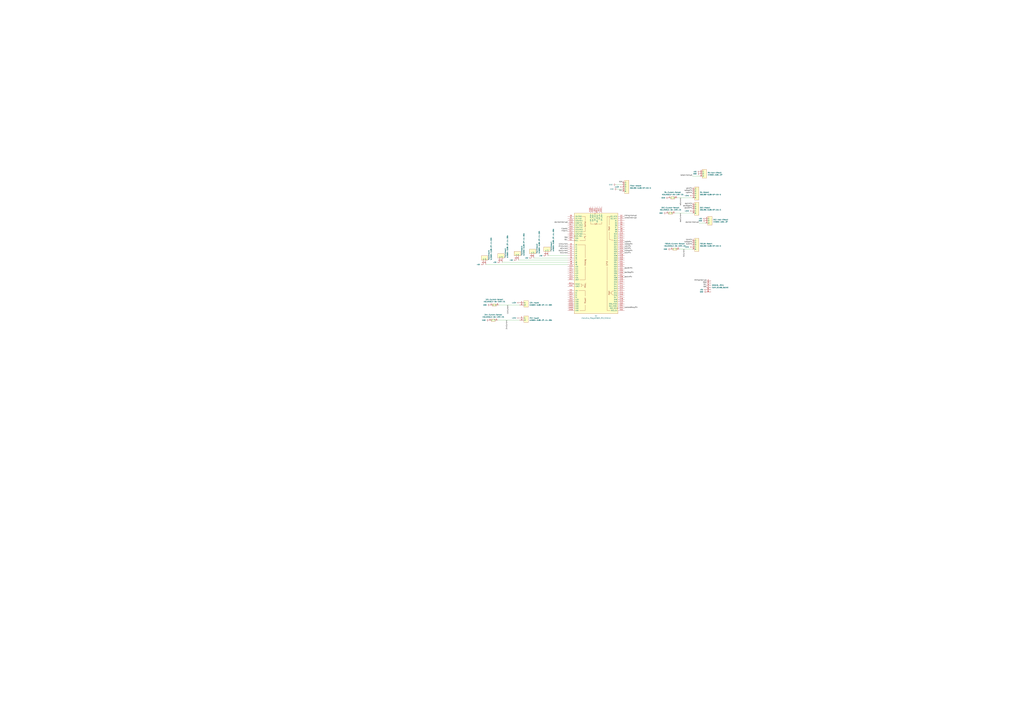
<source format=kicad_sch>
(kicad_sch (version 20230121) (generator eeschema)
  (paper "A0")
  (lib_symbols
    (symbol "Connector:Conn_01x06_Socket" (pin_names (offset 1.016) hide)
      (property "Reference" "J" (at 0 7.62 0))
      (property "Value" "Conn_01x06_Socket" (at 0 -10.16 0))
      (symbol "Conn_01x06_Socket_1_1"
        (arc (start 0 -7.112) (mid -0.5058 -7.62) (end 0 -8.128) (stroke (width 0.1524)))
        (arc (start 0 -4.572) (mid -0.5058 -5.08) (end 0 -5.588) (stroke (width 0.1524)))
        (arc (start 0 -2.032) (mid -0.5058 -2.54) (end 0 -3.048) (stroke (width 0.1524)))
        (polyline (pts (xy -1.27 -7.62) (xy -0.508 -7.62)) (stroke (width 0.1524)))
        (polyline (pts (xy -1.27 -5.08) (xy -0.508 -5.08)) (stroke (width 0.1524)))
        (polyline (pts (xy -1.27 -2.54) (xy -0.508 -2.54)) (stroke (width 0.1524)))
        (polyline (pts (xy -1.27 0) (xy -0.508 0)) (stroke (width 0.1524)))
        (polyline (pts (xy -1.27 2.54) (xy -0.508 2.54)) (stroke (width 0.1524)))
        (polyline (pts (xy -1.27 5.08) (xy -0.508 5.08)) (stroke (width 0.1524)))
        (arc (start 0 0.508) (mid -0.5058 0) (end 0 -0.508) (stroke (width 0.1524)))
        (arc (start 0 3.048) (mid -0.5058 2.54) (end 0 2.032) (stroke (width 0.1524)))
        (arc (start 0 5.588) (mid -0.5058 5.08) (end 0 4.572) (stroke (width 0.1524)))
        (pin passive line (at -5.08 5.08 0) (length 3.81) (name "Pin_1") (number "1"))
        (pin passive line (at -5.08 2.54 0) (length 3.81) (name "Pin_2") (number "2"))
        (pin passive line (at -5.08 0 0) (length 3.81) (name "Pin_3") (number "3"))
        (pin passive line (at -5.08 -2.54 0) (length 3.81) (name "Pin_4") (number "4"))
        (pin passive line (at -5.08 -5.08 0) (length 3.81) (name "Pin_5") (number "5"))
        (pin passive line (at -5.08 -7.62 0) (length 3.81) (name "Pin_6") (number "6"))
      )
    )
    (symbol "New:DB128V-5.08-5P-GN-S"
      (property "Reference" "CN" (at 0 10.16 0))
      (property "Value" "DB128V-5.08-5P-GN-S" (at 0 -10.16 0))
      (symbol "DB128V-5.08-5P-GN-S_0_1"
        (rectangle (start -2.54 7.62) (end 2.54 -7.62) (fill (type background)))
        (circle (center -1.27 6.35) (radius 0.38))
        (pin unspecified line (at -5.08 5.08 0) (length 2.54) (name "1") (number "1"))
        (pin unspecified line (at -5.08 2.54 0) (length 2.54) (name "2") (number "2"))
        (pin unspecified line (at -5.08 0 0) (length 2.54) (name "3") (number "3"))
        (pin unspecified line (at -5.08 -2.54 0) (length 2.54) (name "4") (number "4"))
        (pin unspecified line (at -5.08 -5.08 0) (length 2.54) (name "5") (number "5"))
      )
    )
    (symbol "New:HOJLR2512-3W-1MR-1%"
      (property "Reference" "R" (at 0 5.08 0))
      (property "Value" "HOJLR2512-3W-1MR-1%" (at 0 -5.08 0))
      (symbol "HOJLR2512-3W-1MR-1%_0_1"
        (rectangle (start -2.54 1.27) (end 2.54 -1.27) (fill (type background)))
        (pin unspecified line (at -5.08 0 0) (length 2.54) (name "1") (number "1"))
        (pin unspecified line (at 5.08 0 180) (length 2.54) (name "2") (number "2"))
      )
    )
    (symbol "New:WJ500V-5.08-2P-14-00A"
      (property "Reference" "P" (at 0 0 0))
      (property "Value" "WJ500V-5.08-2P-14-00A" (at 0 -10.16 0))
      (symbol "WJ500V-5.08-2P-14-00A_0_1"
        (rectangle (start -3.81 5.08) (end 3.81 0) (fill (type background)))
        (pin unspecified line (at -1.27 -5.08 90) (length 5.08) (name "1") (number "1"))
        (pin unspecified line (at 1.27 -5.08 90) (length 5.08) (name "2") (number "2"))
      )
    )
    (symbol "New:XY303V-3.81-3P"
      (property "Reference" "U" (at 0 7.62 0))
      (property "Value" "XY303V-3.81-3P" (at 0 -7.62 0))
      (symbol "XY303V-3.81-3P_0_1"
        (rectangle (start -2.54 5.08) (end 2.54 -5.08) (fill (type background)))
        (circle (center -1.27 3.81) (radius 0.38))
        (pin unspecified line (at -5.08 2.54 0) (length 2.54) (name "1") (number "1"))
        (pin unspecified line (at -5.08 0 0) (length 2.54) (name "2") (number "2"))
        (pin unspecified line (at -5.08 -2.54 0) (length 2.54) (name "3") (number "3"))
      )
    )
    (symbol "arduino-library:Arduino_Mega2560_R3_Shield" (pin_names (offset 1.016))
      (property "Reference" "A" (at 0 -62.23 0))
      (property "Value" "Arduino_Mega2560_R3_Shield" (at 0 -66.04 0))
      (symbol "Arduino_Mega2560_R3_Shield_0_0"
        (rectangle (start -25.4 -58.42) (end 25.4 58.42) (fill (type background)))
        (rectangle (start -20.32 -31.75) (end -12.7 -31.75))
        (rectangle (start -19.05 -54.61) (end -12.7 -54.61))
        (rectangle (start -19.05 -19.05) (end -12.7 -19.05))
        (rectangle (start -19.05 26.67) (end -12.7 26.67))
        (rectangle (start -17.78 -26.67) (end -16.51 -26.67))
        (rectangle (start -17.78 -24.13) (end -16.51 -24.13))
        (rectangle (start -16.51 -25.4) (end -13.97 -25.4))
        (rectangle (start -16.51 -24.13) (end -16.51 -26.67))
        (rectangle (start -16.51 54.61) (end -12.7 54.61))
        (rectangle (start -15.24 34.29) (end -12.7 34.29))
        (rectangle (start -15.24 36.83) (end -12.7 36.83))
        (rectangle (start -12.7 -54.61) (end -12.7 -48.26))
        (rectangle (start -12.7 -31.75) (end -12.7 -38.1))
        (rectangle (start -12.7 26.67) (end -12.7 27.94))
        (rectangle (start -12.7 34.29) (end -12.7 33.02))
        (rectangle (start -12.7 41.91) (end -12.7 36.83))
        (rectangle (start -12.7 49.53) (end -12.7 54.61))
        (rectangle (start -6.35 48.26) (end -6.35 45.72))
        (rectangle (start -2.54 45.72) (end -6.35 45.72))
        (polyline (pts (xy -21.59 21.59) (xy -12.7 21.59)))
        (polyline (pts (xy -12.7 -19.05) (xy -12.7 -3.81)))
        (polyline (pts (xy -12.7 6.35) (xy -12.7 21.59)))
        (polyline (pts (xy 12.7 -54.61) (xy 16.51 -54.61)))
        (polyline (pts (xy 12.7 54.61) (xy 16.51 54.61)))
        (polyline (pts (xy 17.78 -34.29) (xy 16.51 -34.29)))
        (polyline (pts (xy 15.24 36.83) (xy 15.24 27.94) (xy 20.32 26.67)))
        (polyline (pts (xy 15.24 44.45) (xy 15.24 53.34) (xy 16.51 54.61)))
        (polyline (pts (xy 20.32 -31.75) (xy 17.78 -33.02) (xy 17.78 -35.56) (xy 20.32 -36.83)))
        (rectangle (start 6.35 45.72) (end 2.54 45.72))
        (rectangle (start 6.35 48.26) (end 6.35 45.72))
        (text "Analog" (at -12.7 1.27 900) (effects (font (size 1.524 1.524))))
        (text "I²C" (at -12.7 30.48 900) (effects (font (size 1.524 1.524))))
        (text "Misc." (at -12.7 -25.4 900) (effects (font (size 1.524 1.524))))
        (text "Power" (at -12.7 -43.18 900) (effects (font (size 1.524 1.524))))
        (text "PWM" (at 15.24 -34.29 900) (effects (font (size 1.524 1.524))))
        (text "PWM" (at 15.24 40.64 900) (effects (font (size 1.524 1.524))))
        (text "Serial" (at -12.7 45.72 900) (effects (font (size 1.524 1.524))))
        (text "SPI" (at 0 45.72 0) (effects (font (size 1.524 1.524))))
      )
      (symbol "Arduino_Mega2560_R3_Shield_1_0"
        (rectangle (start 12.7 -54.61) (end 12.7 -3.81))
        (rectangle (start 12.7 54.61) (end 12.7 3.81))
        (text "GPIO" (at 12.7 0 900) (effects (font (size 1.524 1.524))))
      )
      (symbol "Arduino_Mega2560_R3_Shield_1_1"
        (pin power_out line (at -33.02 -41.91 0) (length 7.62) (name "3.3V") (number "3V3"))
        (pin power_in line (at -33.02 -34.29 0) (length 7.62) (name "5V") (number "5V1"))
        (pin power_in line (at 3.81 66.04 270) (length 7.62) (name "SPI_5V") (number "5V2"))
        (pin power_in line (at -33.02 -36.83 0) (length 7.62) (name "5V") (number "5V3"))
        (pin power_in line (at -33.02 -39.37 0) (length 7.62) (name "5V") (number "5V4"))
        (pin bidirectional line (at -33.02 21.59 0) (length 7.62) (name "A0") (number "A0"))
        (pin bidirectional line (at -33.02 19.05 0) (length 7.62) (name "A1") (number "A1"))
        (pin bidirectional line (at -33.02 -3.81 0) (length 7.62) (name "A10") (number "A10"))
        (pin bidirectional line (at -33.02 -6.35 0) (length 7.62) (name "A11") (number "A11"))
        (pin bidirectional line (at -33.02 -8.89 0) (length 7.62) (name "A12") (number "A12"))
        (pin bidirectional line (at -33.02 -11.43 0) (length 7.62) (name "A13") (number "A13"))
        (pin bidirectional line (at -33.02 -13.97 0) (length 7.62) (name "A14") (number "A14"))
        (pin bidirectional line (at -33.02 -16.51 0) (length 7.62) (name "A15") (number "A15"))
        (pin bidirectional line (at -33.02 16.51 0) (length 7.62) (name "A2") (number "A2"))
        (pin bidirectional line (at -33.02 13.97 0) (length 7.62) (name "A3") (number "A3"))
        (pin bidirectional line (at -33.02 11.43 0) (length 7.62) (name "A4") (number "A4"))
        (pin bidirectional line (at -33.02 8.89 0) (length 7.62) (name "A5") (number "A5"))
        (pin bidirectional line (at -33.02 6.35 0) (length 7.62) (name "A6") (number "A6"))
        (pin bidirectional line (at -33.02 3.81 0) (length 7.62) (name "A7") (number "A7"))
        (pin bidirectional line (at -33.02 1.27 0) (length 7.62) (name "A8") (number "A8"))
        (pin bidirectional line (at -33.02 -1.27 0) (length 7.62) (name "A9") (number "A9"))
        (pin input line (at -33.02 -19.05 0) (length 7.62) (name "AREF") (number "AREF"))
        (pin bidirectional line (at -33.02 54.61 0) (length 7.62) (name "D0/RX0") (number "D0"))
        (pin bidirectional line (at -33.02 52.07 0) (length 7.62) (name "D1/TX0") (number "D1"))
        (pin bidirectional line (at 33.02 34.29 180) (length 7.62) (name "D10") (number "D10"))
        (pin bidirectional line (at 33.02 31.75 180) (length 7.62) (name "D11") (number "D11"))
        (pin bidirectional line (at 33.02 29.21 180) (length 7.62) (name "D12") (number "D12"))
        (pin bidirectional line (at 33.02 26.67 180) (length 7.62) (name "D13") (number "D13"))
        (pin bidirectional line (at -33.02 36.83 0) (length 7.62) (name "D14/TX3") (number "D14"))
        (pin bidirectional line (at -33.02 39.37 0) (length 7.62) (name "D15/RX3") (number "D15"))
        (pin bidirectional line (at -33.02 41.91 0) (length 7.62) (name "D16/TX2") (number "D16"))
        (pin bidirectional line (at -33.02 44.45 0) (length 7.62) (name "D17/RX2") (number "D17"))
        (pin bidirectional line (at -33.02 46.99 0) (length 7.62) (name "D18/TX1") (number "D18"))
        (pin bidirectional line (at -33.02 49.53 0) (length 7.62) (name "D19/RX1") (number "D19"))
        (pin bidirectional line (at 33.02 54.61 180) (length 7.62) (name "D2_INT0") (number "D2"))
        (pin bidirectional line (at -33.02 34.29 0) (length 7.62) (name "D20/SDA") (number "D20"))
        (pin bidirectional clock (at -33.02 31.75 0) (length 7.62) (name "D21/SCL") (number "D21"))
        (pin bidirectional line (at 33.02 24.13 180) (length 7.62) (name "D22") (number "D22"))
        (pin bidirectional line (at 33.02 21.59 180) (length 7.62) (name "D23") (number "D23"))
        (pin bidirectional line (at 33.02 19.05 180) (length 7.62) (name "D24") (number "D24"))
        (pin bidirectional line (at 33.02 16.51 180) (length 7.62) (name "D25") (number "D25"))
        (pin bidirectional line (at 33.02 13.97 180) (length 7.62) (name "D26") (number "D26"))
        (pin bidirectional line (at 33.02 11.43 180) (length 7.62) (name "D27") (number "D27"))
        (pin bidirectional line (at 33.02 8.89 180) (length 7.62) (name "D28") (number "D28"))
        (pin bidirectional line (at 33.02 6.35 180) (length 7.62) (name "D29") (number "D29"))
        (pin bidirectional line (at 33.02 52.07 180) (length 7.62) (name "D3_INT1") (number "D3"))
        (pin bidirectional line (at 33.02 3.81 180) (length 7.62) (name "D30") (number "D30"))
        (pin bidirectional line (at 33.02 1.27 180) (length 7.62) (name "D31") (number "D31"))
        (pin bidirectional line (at 33.02 -1.27 180) (length 7.62) (name "D32") (number "D32"))
        (pin bidirectional line (at 33.02 -3.81 180) (length 7.62) (name "D33") (number "D33"))
        (pin bidirectional line (at 33.02 -6.35 180) (length 7.62) (name "D34") (number "D34"))
        (pin bidirectional line (at 33.02 -8.89 180) (length 7.62) (name "D35") (number "D35"))
        (pin bidirectional line (at 33.02 -11.43 180) (length 7.62) (name "D36") (number "D36"))
        (pin bidirectional line (at 33.02 -13.97 180) (length 7.62) (name "D37") (number "D37"))
        (pin bidirectional line (at 33.02 -16.51 180) (length 7.62) (name "D38") (number "D38"))
        (pin bidirectional line (at 33.02 -19.05 180) (length 7.62) (name "D39") (number "D39"))
        (pin bidirectional line (at 33.02 49.53 180) (length 7.62) (name "D4") (number "D4"))
        (pin bidirectional line (at 33.02 -21.59 180) (length 7.62) (name "D40") (number "D40"))
        (pin bidirectional line (at 33.02 -24.13 180) (length 7.62) (name "D41") (number "D41"))
        (pin bidirectional line (at 33.02 -26.67 180) (length 7.62) (name "D42") (number "D42"))
        (pin bidirectional line (at 33.02 -29.21 180) (length 7.62) (name "D43") (number "D43"))
        (pin bidirectional line (at 33.02 -31.75 180) (length 7.62) (name "D44") (number "D44"))
        (pin bidirectional line (at 33.02 -34.29 180) (length 7.62) (name "D45") (number "D45"))
        (pin bidirectional line (at 33.02 -36.83 180) (length 7.62) (name "D46") (number "D46"))
        (pin bidirectional line (at 33.02 -39.37 180) (length 7.62) (name "D47") (number "D47"))
        (pin bidirectional line (at 33.02 -41.91 180) (length 7.62) (name "D48") (number "D48"))
        (pin bidirectional line (at 33.02 -44.45 180) (length 7.62) (name "D49") (number "D49"))
        (pin bidirectional line (at 33.02 46.99 180) (length 7.62) (name "D5") (number "D5"))
        (pin bidirectional line (at 33.02 -46.99 180) (length 7.62) (name "D50_MISO") (number "D50"))
        (pin bidirectional line (at 33.02 -49.53 180) (length 7.62) (name "D51_MOSI") (number "D51"))
        (pin bidirectional clock (at 33.02 -52.07 180) (length 7.62) (name "D52_SCK") (number "D52"))
        (pin bidirectional line (at 33.02 -54.61 180) (length 7.62) (name "D53_CS") (number "D53"))
        (pin bidirectional line (at 33.02 44.45 180) (length 7.62) (name "D6") (number "D6"))
        (pin bidirectional line (at 33.02 41.91 180) (length 7.62) (name "D7") (number "D7"))
        (pin bidirectional line (at 33.02 39.37 180) (length 7.62) (name "D8") (number "D8"))
        (pin bidirectional line (at 33.02 36.83 180) (length 7.62) (name "D9") (number "D9"))
        (pin power_in line (at -33.02 -44.45 0) (length 7.62) (name "GND") (number "GND1"))
        (pin power_in line (at -33.02 -46.99 0) (length 7.62) (name "GND") (number "GND2"))
        (pin power_in line (at -33.02 -49.53 0) (length 7.62) (name "GND") (number "GND3"))
        (pin power_in line (at 6.35 66.04 270) (length 7.62) (name "SPI_GND") (number "GND4"))
        (pin power_in line (at -33.02 -52.07 0) (length 7.62) (name "GND") (number "GND5"))
        (pin power_in line (at -33.02 -54.61 0) (length 7.62) (name "GND") (number "GND6"))
        (pin output line (at -33.02 -26.67 0) (length 7.62) (name "IOREF") (number "IORF"))
        (pin input line (at -6.35 66.04 270) (length 7.62) (name "SPI_MISO") (number "MISO"))
        (pin output line (at -3.81 66.04 270) (length 7.62) (name "SPI_MOSI") (number "MOSI"))
        (pin open_collector input_low (at -33.02 -24.13 0) (length 7.62) (name "RESET") (number "RST1"))
        (pin open_collector input_low (at 1.27 66.04 270) (length 7.62) (name "SPI_RESET") (number "RST2"))
        (pin output clock (at -1.27 66.04 270) (length 7.62) (name "SPI_SCK") (number "SCK"))
        (pin bidirectional clock (at -33.02 26.67 0) (length 7.62) (name "SCL") (number "SCL"))
        (pin bidirectional line (at -33.02 29.21 0) (length 7.62) (name "SDA") (number "SDA"))
        (pin power_in line (at -33.02 -31.75 0) (length 7.62) (name "VIN") (number "VIN"))
      )
    )
    (symbol "power:+12V" (power) (pin_names (offset 0))
      (property "Value" "+12V" (at 0 3.556 0))
      (symbol "+12V_0_1"
        (polyline (pts (xy -0.762 1.27) (xy 0 2.54)))
        (polyline (pts (xy 0 0) (xy 0 2.54)))
        (polyline (pts (xy 0 2.54) (xy 0.762 1.27)))
      )
      (symbol "+12V_1_1"
        (pin power_in line (at 0 0 90) (length 0) hide (name "+12V") (number "1"))
      )
    )
    (symbol "power:+24V" (power) (pin_names (offset 0))
      (property "Value" "+24V" (at 0 3.556 0))
      (symbol "+24V_0_1"
        (polyline (pts (xy -0.762 1.27) (xy 0 2.54)))
        (polyline (pts (xy 0 0) (xy 0 2.54)))
        (polyline (pts (xy 0 2.54) (xy 0.762 1.27)))
      )
      (symbol "+24V_1_1"
        (pin power_in line (at 0 0 90) (length 0) hide (name "+24V") (number "1"))
      )
    )
    (symbol "power:+5V" (power) (pin_names (offset 0))
      (property "Value" "+5V" (at 0 3.556 0))
      (symbol "+5V_0_1"
        (polyline (pts (xy -0.762 1.27) (xy 0 2.54)))
        (polyline (pts (xy 0 0) (xy 0 2.54)))
        (polyline (pts (xy 0 2.54) (xy 0.762 1.27)))
      )
      (symbol "+5V_1_1"
        (pin power_in line (at 0 0 90) (length 0) hide (name "+5V") (number "1"))
      )
    )
    (symbol "power:GND" (power) (pin_names (offset 0))
      (property "Value" "GND" (at 0 -3.81 0))
      (symbol "GND_0_1"
        (polyline (pts (xy 0 0) (xy 0 -1.27) (xy 1.27 -1.27) (xy 0 -2.54) (xy -1.27 -1.27) (xy 0 -1.27)))
      )
      (symbol "GND_1_1"
        (pin power_in line (at 0 0 270) (length 0) hide (name "GND") (number "1"))
      )
    )
  )
  (wire (pts (xy 716.28 219.71) (xy 722.63 219.71)))
  (wire (pts (xy 803.91 204.47) (xy 812.8 204.47)))
  (wire (pts (xy 582.93 304.8) (xy 659.13 304.8)))
  (wire (pts (xy 601.98 302.26) (xy 659.13 302.26)))
  (wire (pts (xy 715.01 214.63) (xy 722.63 214.63)))
  (wire (pts (xy 619.76 299.72) (xy 659.13 299.72)))
  (wire (pts (xy 783.59 247.65) (xy 803.91 247.65)))
  (wire (pts (xy 636.27 297.18) (xy 659.13 297.18)))
  (wire (pts (xy 577.85 372.11) (xy 603.25 372.11)))
  (wire (pts (xy 811.53 259.08) (xy 819.15 259.08)))
  (wire (pts (xy 579.12 354.33) (xy 603.25 354.33)))
  (wire (pts (xy 786.13 229.87) (xy 803.91 229.87)))
  (wire (pts (xy 788.67 289.56) (xy 803.91 289.56)))
  (wire (pts (xy 563.88 307.34) (xy 659.13 307.34)))
  (label "raEnPin" (at 725.17 287.02 0))
  (label "raEnPin" (at 803.91 219.71 180))
  (label "SDA" (at 659.13 276.86 180))
  (label "decHallInterrupt" (at 811.53 259.08 180))
  (label "SCL" (at 659.13 279.4 180))
  (label "raStepPin" (at 725.17 284.48 0))
  (label "SCL" (at 820.42 331.47 180))
  (label "decEnPin" (at 803.91 237.49 180))
  (label "raStepPin" (at 803.91 222.25 180))
  (label "12vCurrent" (at 590.55 354.33 270))
  (label "timingInterrupt" (at 820.42 326.39 180))
  (label "fcEnPin" (at 725.17 294.64 0))
  (label "raHallInterrupt" (at 725.17 254 0))
  (label "raHallInterrupt" (at 803.91 204.47 180))
  (label "raDirPin" (at 725.17 281.94 0))
  (label "fcStepPin" (at 725.17 292.1 0))
  (label "fcEnPin" (at 803.91 279.4 180))
  (label "12vCurrent" (at 659.13 284.48 180))
  (label "decCurrent" (at 659.13 292.1 180))
  (label "fcDirPin" (at 803.91 284.48 180))
  (label "raCurrent" (at 791.21 229.87 270))
  (label "decCurrent" (at 791.21 247.65 270))
  (label "decDirPin" (at 803.91 242.57 180))
  (label "FilterTx" (at 659.13 269.24 180))
  (label "fcCurrent" (at 659.13 294.64 180))
  (label "SDA" (at 722.63 212.09 180))
  (label "decStepPin" (at 803.91 240.03 180))
  (label "decHallInterrupt" (at 659.13 259.08 180))
  (label "SQW" (at 820.42 328.93 180))
  (label "24vCurrent" (at 589.28 372.11 270))
  (label "FilterRx" (at 659.13 266.7 180))
  (label "cameraRelayPin" (at 725.17 358.14 0))
  (label "fcStepPin" (at 803.91 281.94 180))
  (label "raDirPin" (at 803.91 224.79 180))
  (label "SCL" (at 722.63 222.25 180))
  (label "timingInterrupt" (at 725.17 251.46 0))
  (label "raCurrent" (at 659.13 289.56 180))
  (label "24vCurrent" (at 659.13 287.02 180))
  (label "fcCurrent" (at 795.02 289.56 270))
  (label "decEnPin" (at 725.17 322.58 0))
  (label "fcDirPin" (at 725.17 289.56 0))
  (label "decStepPin" (at 725.17 317.5 0))
  (label "SDA" (at 820.42 334.01 180))
  (label "decDirPin" (at 725.17 312.42 0))
  (symbol (lib_id "New:XY303V-3.81-3P") (at 824.23 256.54 0) (unit 1)
    (property "Reference" "DEC-Hall-Effect1" (at 828.04 255.27 0) (effects (justify left)))
    (property "Value" "XY303V-3.81-3P" (at 828.04 257.81 0) (effects (justify left)))
    (property "Footprint" "New:CONN-TH_XY303V-3.81-3P" (effects hide))
    (property "Datasheet" "https://lcsc.com/product-detail/Screw-terminal_XY303V-3-81-3P_C557684.html" (effects hide))
    (property "LCSC Part" "C557684" (effects hide))
  )
  (symbol (lib_id "New:WJ500V-5.08-2P-14-00A") (at 618.49 294.64 0) (unit 1)
    (property "Reference" "Thermistor2" (at 623.57 294.64 90) (effects (justify left)))
    (property "Value" "WJ500V-5.08-2P-14-00A" (at 626.11 294.64 90) (effects (justify left)))
    (property "Footprint" "New:CONN-TH_2P-P5.00_WJ500V-5.08-2P" (effects hide))
    (property "Datasheet" "https://lcsc.com/product-detail/Terminal-Blocks_WJ500V-5-08-2P_C8465.html" (effects hide))
    (property "LCSC Part" "C8465" (effects hide))
  )
  (symbol (lib_id "power:+5V") (at 617.22 299.72 90) (unit 1)
    (property "Reference" "#PWR015" (effects hide))
    (property "Value" "+5V" (at 613.41 299.72 90) (effects (justify left)))
  )
  (symbol (lib_id "power:+5V") (at 819.15 254 90) (unit 1)
    (property "Reference" "#PWR02" (effects hide))
    (property "Value" "+5V" (at 815.34 254 90) (effects (justify left)))
  )
  (symbol (lib_id "power:+5V") (at 820.42 336.55 90) (unit 1)
    (property "Reference" "#PWR05" (effects hide))
    (property "Value" "+5V" (at 816.61 336.55 90) (effects (justify left)))
  )
  (symbol (lib_id "power:+24V") (at 803.91 245.11 90) (unit 1)
    (property "Reference" "#PWR08" (effects hide))
    (property "Value" "+24V" (at 800.1 245.11 90) (effects (justify left)))
  )
  (symbol (lib_id "New:HOJLR2512-3W-1MR-1%") (at 572.77 372.11 0) (unit 1)
    (property "Reference" "24V-Current-Sense1" (at 572.77 365.76 0))
    (property "Value" "HOJLR2512-3W-1MR-1%" (at 572.77 368.3 0))
    (property "Footprint" "New:RES-SMD_L6.4-W3.2-R2512" (effects hide))
    (property "LCSC Part" "C2903470" (effects hide))
  )
  (symbol (lib_id "New:DB128V-5.08-5P-GN-S") (at 808.99 242.57 0) (unit 1)
    (property "Reference" "DEC-Motor1" (at 812.8 241.3 0) (effects (justify left)))
    (property "Value" "DB128V-5.08-5P-GN-S" (at 812.8 243.84 0) (effects (justify left)))
    (property "Footprint" "New:CONN-TH_5P-P5.08_DIBO_DB128V-5.08-5P-GN-S" (effects hide))
    (property "LCSC Part" "C2927513" (effects hide))
  )
  (symbol (lib_id "power:GND") (at 568.96 354.33 270) (unit 1)
    (property "Reference" "#PWR023" (effects hide))
    (property "Value" "GND" (at 565.15 354.33 90) (effects (justify right)))
  )
  (symbol (lib_id "power:GND") (at 819.15 256.54 270) (unit 1)
    (property "Reference" "#PWR04" (effects hide))
    (property "Value" "GND" (at 815.34 256.54 90) (effects (justify right)))
  )
  (symbol (lib_id "New:HOJLR2512-3W-1MR-1%") (at 781.05 229.87 0) (unit 1)
    (property "Reference" "RA-Current-Sense1" (at 781.05 223.52 0))
    (property "Value" "HOJLR2512-3W-1MR-1%" (at 781.05 226.06 0))
    (property "Footprint" "New:RES-SMD_L6.4-W3.2-R2512" (effects hide))
    (property "LCSC Part" "C2903470" (effects hide))
  )
  (symbol (lib_id "power:GND") (at 716.28 219.71 270) (unit 1)
    (property "Reference" "#PWR017" (effects hide))
    (property "Value" "GND" (at 712.47 219.71 90) (effects (justify right)))
  )
  (symbol (lib_id "power:GND") (at 778.51 289.56 270) (unit 1)
    (property "Reference" "#PWR013" (effects hide))
    (property "Value" "GND" (at 774.7 289.56 90) (effects (justify right)))
  )
  (symbol (lib_id "power:GND") (at 812.8 201.93 270) (unit 1)
    (property "Reference" "#PWR03" (effects hide))
    (property "Value" "GND" (at 808.99 201.93 90) (effects (justify right)))
  )
  (symbol (lib_id "power:+24V") (at 803.91 287.02 90) (unit 1)
    (property "Reference" "#PWR07" (effects hide))
    (property "Value" "+24V" (at 800.1 287.02 90) (effects (justify left)))
  )
  (symbol (lib_id "New:WJ500V-5.08-2P-14-00A") (at 608.33 370.84 270) (unit 1)
    (property "Reference" "24V-Input1" (at 614.68 369.57 90) (effects (justify left)))
    (property "Value" "WJ500V-5.08-2P-14-00A" (at 614.68 372.11 90) (effects (justify left)))
    (property "Footprint" "New:CONN-TH_2P-P5.00_WJ500V-5.08-2P" (effects hide))
    (property "Datasheet" "https://lcsc.com/product-detail/Terminal-Blocks_WJ500V-5-08-2P_C8465.html" (effects hide))
    (property "LCSC Part" "C8465" (effects hide))
  )
  (symbol (lib_id "New:WJ500V-5.08-2P-14-00A") (at 635 292.1 0) (unit 1)
    (property "Reference" "Thermistor1" (at 640.08 292.1 90) (effects (justify left)))
    (property "Value" "WJ500V-5.08-2P-14-00A" (at 642.62 292.1 90) (effects (justify left)))
    (property "Footprint" "New:CONN-TH_2P-P5.00_WJ500V-5.08-2P" (effects hide))
    (property "Datasheet" "https://lcsc.com/product-detail/Terminal-Blocks_WJ500V-5-08-2P_C8465.html" (effects hide))
    (property "LCSC Part" "C8465" (effects hide))
  )
  (symbol (lib_id "New:HOJLR2512-3W-1MR-1%") (at 783.59 289.56 0) (unit 1)
    (property "Reference" "FOCUS-Current-Sense1" (at 783.59 283.21 0))
    (property "Value" "HOJLR2512-3W-1MR-1%" (at 783.59 285.75 0))
    (property "Footprint" "New:RES-SMD_L6.4-W3.2-R2512" (effects hide))
    (property "LCSC Part" "C2903470" (effects hide))
  )
  (symbol (lib_id "New:XY303V-3.81-3P") (at 817.88 201.93 0) (unit 1)
    (property "Reference" "RA-Hall-Effect1" (at 821.69 200.66 0) (effects (justify left)))
    (property "Value" "XY303V-3.81-3P" (at 821.69 203.2 0) (effects (justify left)))
    (property "Footprint" "New:CONN-TH_XY303V-3.81-3P" (effects hide))
    (property "Datasheet" "https://lcsc.com/product-detail/Screw-terminal_XY303V-3-81-3P_C557684.html" (effects hide))
    (property "LCSC Part" "C557684" (effects hide))
  )
  (symbol (lib_id "power:+5V") (at 599.44 302.26 90) (unit 1)
    (property "Reference" "#PWR019" (effects hide))
    (property "Value" "+5V" (at 595.63 302.26 90) (effects (justify left)))
  )
  (symbol (lib_id "New:WJ500V-5.08-2P-14-00A") (at 562.61 302.26 0) (unit 1)
    (property "Reference" "Thermistor5" (at 567.69 302.26 90) (effects (justify left)))
    (property "Value" "WJ500V-5.08-2P-14-00A" (at 570.23 302.26 90) (effects (justify left)))
    (property "Footprint" "New:CONN-TH_2P-P5.00_WJ500V-5.08-2P" (effects hide))
    (property "Datasheet" "https://lcsc.com/product-detail/Terminal-Blocks_WJ500V-5-08-2P_C8465.html" (effects hide))
    (property "LCSC Part" "C8465" (effects hide))
  )
  (symbol (lib_id "power:GND") (at 773.43 247.65 270) (unit 1)
    (property "Reference" "#PWR011" (effects hide))
    (property "Value" "GND" (at 769.62 247.65 90) (effects (justify right)))
  )
  (symbol (lib_id "New:WJ500V-5.08-2P-14-00A") (at 581.66 299.72 0) (unit 1)
    (property "Reference" "Thermistor4" (at 586.74 299.72 90) (effects (justify left)))
    (property "Value" "WJ500V-5.08-2P-14-00A" (at 589.28 299.72 90) (effects (justify left)))
    (property "Footprint" "New:CONN-TH_2P-P5.00_WJ500V-5.08-2P" (effects hide))
    (property "Datasheet" "https://lcsc.com/product-detail/Terminal-Blocks_WJ500V-5-08-2P_C8465.html" (effects hide))
    (property "LCSC Part" "C8465" (effects hide))
  )
  (symbol (lib_id "power:GND") (at 567.69 372.11 270) (unit 1)
    (property "Reference" "#PWR024" (effects hide))
    (property "Value" "GND" (at 563.88 372.11 90) (effects (justify right)))
  )
  (symbol (lib_id "power:+24V") (at 803.91 227.33 90) (unit 1)
    (property "Reference" "#PWR09" (effects hide))
    (property "Value" "+24V" (at 800.1 227.33 90) (effects (justify left)))
  )
  (symbol (lib_id "New:WJ500V-5.08-2P-14-00A") (at 608.33 353.06 270) (unit 1)
    (property "Reference" "12V-Input1" (at 614.68 351.79 90) (effects (justify left)))
    (property "Value" "WJ500V-5.08-2P-14-00A" (at 614.68 354.33 90) (effects (justify left)))
    (property "Footprint" "New:CONN-TH_2P-P5.00_WJ500V-5.08-2P" (effects hide))
    (property "Datasheet" "https://lcsc.com/product-detail/Terminal-Blocks_WJ500V-5-08-2P_C8465.html" (effects hide))
    (property "LCSC Part" "C8465" (effects hide))
  )
  (symbol (lib_id "power:+5V") (at 812.8 199.39 90) (unit 1)
    (property "Reference" "#PWR01" (effects hide))
    (property "Value" "+5V" (at 808.99 199.39 90) (effects (justify left)))
  )
  (symbol (lib_id "Connector:Conn_01x06_Socket") (at 825.5 331.47 0) (unit 1)
    (property "Reference" "DS3131-RTC1" (at 826.77 331.47 0) (effects (justify left)))
    (property "Value" "Conn_01x06_Socket" (at 826.77 334.01 0) (effects (justify left)))
  )
  (symbol (lib_id "New:DB128V-5.08-5P-GN-S") (at 727.71 217.17 0) (unit 1)
    (property "Reference" "Filter-Wheel1" (at 731.52 215.9 0) (effects (justify left)))
    (property "Value" "DB128V-5.08-5P-GN-S" (at 731.52 218.44 0) (effects (justify left)))
    (property "Footprint" "New:CONN-TH_5P-P5.08_DIBO_DB128V-5.08-5P-GN-S" (effects hide))
    (property "LCSC Part" "C2927513" (effects hide))
  )
  (symbol (lib_id "power:+12V") (at 603.25 351.79 90) (unit 1)
    (property "Reference" "#PWR022" (effects hide))
    (property "Value" "+12V" (at 599.44 351.79 90) (effects (justify left)))
  )
  (symbol (lib_id "New:DB128V-5.08-5P-GN-S") (at 808.99 284.48 0) (unit 1)
    (property "Reference" "FOCUS-Motor1" (at 812.8 283.21 0) (effects (justify left)))
    (property "Value" "DB128V-5.08-5P-GN-S" (at 812.8 285.75 0) (effects (justify left)))
    (property "Footprint" "New:CONN-TH_5P-P5.08_DIBO_DB128V-5.08-5P-GN-S" (effects hide))
    (property "LCSC Part" "C2927513" (effects hide))
  )
  (symbol (lib_id "power:+12V") (at 722.63 217.17 90) (unit 1)
    (property "Reference" "#PWR016" (effects hide))
    (property "Value" "+12V" (at 718.82 217.17 90) (effects (justify left)))
  )
  (symbol (lib_id "New:DB128V-5.08-5P-GN-S") (at 808.99 224.79 0) (unit 1)
    (property "Reference" "RA-Motor1" (at 812.8 223.52 0) (effects (justify left)))
    (property "Value" "DB128V-5.08-5P-GN-S" (at 812.8 226.06 0) (effects (justify left)))
    (property "Footprint" "New:CONN-TH_5P-P5.08_DIBO_DB128V-5.08-5P-GN-S" (effects hide))
    (property "LCSC Part" "C2927513" (effects hide))
  )
  (symbol (lib_id "New:HOJLR2512-3W-1MR-1%") (at 574.04 354.33 0) (unit 1)
    (property "Reference" "12V-Current-Sense1" (at 574.04 347.98 0))
    (property "Value" "HOJLR2512-3W-1MR-1%" (at 574.04 350.52 0))
    (property "Footprint" "New:RES-SMD_L6.4-W3.2-R2512" (effects hide))
    (property "LCSC Part" "C2903470" (effects hide))
  )
  (symbol (lib_id "power:+5V") (at 633.73 297.18 90) (unit 1)
    (property "Reference" "#PWR014" (effects hide))
    (property "Value" "+5V" (at 629.92 297.18 90) (effects (justify left)))
  )
  (symbol (lib_id "arduino-library:Arduino_Mega2560_R3_Shield") (at 692.15 306.07 0) (unit 1)
    (property "Reference" "A1" (at 692.15 367.03 0) (effects (font (size 1.524 1.524))))
    (property "Value" "Arduino_Mega2560_R3_Shield" (at 692.15 369.57 0) (effects (font (size 1.524 1.524))))
    (property "Footprint" "arduino-library:Arduino_Mega2560_R3_Shield" (effects hide))
    (property "Datasheet" "https://docs.arduino.cc/hardware/mega-2560" (effects hide))
  )
  (symbol (lib_id "power:+5V") (at 561.34 307.34 90) (unit 1)
    (property "Reference" "#PWR021" (effects hide))
    (property "Value" "+5V" (at 557.53 307.34 90) (effects (justify left)))
  )
  (symbol (lib_id "New:WJ500V-5.08-2P-14-00A") (at 600.71 297.18 0) (unit 1)
    (property "Reference" "Thermistor3" (at 605.79 297.18 90) (effects (justify left)))
    (property "Value" "WJ500V-5.08-2P-14-00A" (at 608.33 297.18 90) (effects (justify left)))
    (property "Footprint" "New:CONN-TH_2P-P5.00_WJ500V-5.08-2P" (effects hide))
    (property "Datasheet" "https://lcsc.com/product-detail/Terminal-Blocks_WJ500V-5-08-2P_C8465.html" (effects hide))
    (property "LCSC Part" "C8465" (effects hide))
  )
  (symbol (lib_id "New:HOJLR2512-3W-1MR-1%") (at 778.51 247.65 0) (unit 1)
    (property "Reference" "DEC-Current-Sense1" (at 778.51 241.3 0))
    (property "Value" "HOJLR2512-3W-1MR-1%" (at 778.51 243.84 0))
    (property "Footprint" "New:RES-SMD_L6.4-W3.2-R2512" (effects hide))
    (property "LCSC Part" "C2903470" (effects hide))
  )
  (symbol (lib_id "power:+24V") (at 603.25 369.57 90) (unit 1)
    (property "Reference" "#PWR012" (effects hide))
    (property "Value" "+24V" (at 599.44 369.57 90) (effects (justify left)))
  )
  (symbol (lib_id "power:GND") (at 715.01 214.63 270) (unit 1)
    (property "Reference" "#PWR018" (effects hide))
    (property "Value" "GND" (at 711.2 214.63 90) (effects (justify right)))
  )
  (symbol (lib_id "power:GND") (at 775.97 229.87 270) (unit 1)
    (property "Reference" "#PWR010" (effects hide))
    (property "Value" "GND" (at 772.16 229.87 90) (effects (justify right)))
  )
  (symbol (lib_id "power:+5V") (at 580.39 304.8 90) (unit 1)
    (property "Reference" "#PWR020" (effects hide))
    (property "Value" "+5V" (at 576.58 304.8 90) (effects (justify left)))
  )
  (symbol (lib_id "power:GND") (at 820.42 339.09 270) (unit 1)
    (property "Reference" "#PWR06" (effects hide))
    (property "Value" "GND" (at 816.61 339.09 90) (effects (justify right)))
  )
)
</source>
